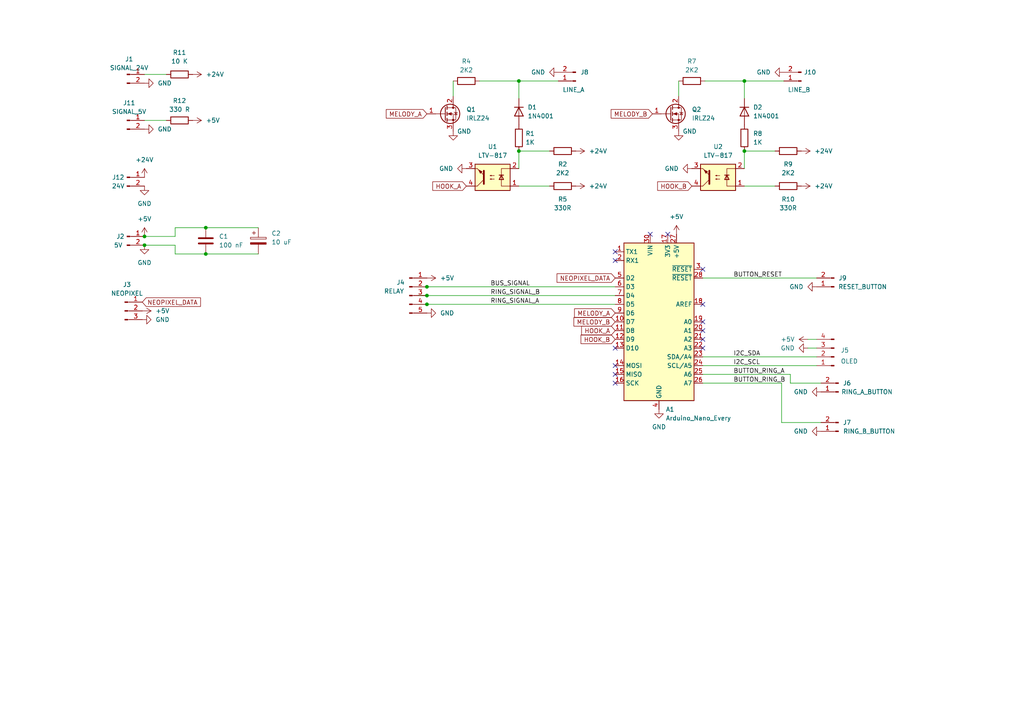
<source format=kicad_sch>
(kicad_sch (version 20230121) (generator eeschema)
  (paper "A4")
  (lib_symbols
    (symbol "Conn_01x02_Pin_1" (pin_names (offset 1.016) hide)
      (property "Reference" "J" (at 0 2.54 0))
      (property "Value" "Conn_01x02_Pin" (at 0 -5.08 0))
      (symbol "Conn_01x02_Pin_1_1_1"
        (polyline (pts (xy 1.27 -2.54) (xy 0.8636 -2.54)) (stroke (width 0.1524)))
        (polyline (pts (xy 1.27 0) (xy 0.8636 0)) (stroke (width 0.1524)))
        (rectangle (start 0.8636 -2.413) (end 0 -2.667) (stroke (width 0.1524)) (fill (type outline)))
        (rectangle (start 0.8636 0.127) (end 0 -0.127) (stroke (width 0.1524)) (fill (type outline)))
        (pin passive line (at 5.08 0 180) (length 3.81) (name "Pin_1") (number "1"))
        (pin passive line (at 5.08 -2.54 180) (length 3.81) (name "Pin_2") (number "2"))
      )
    )
    (symbol "Conn_01x02_Pin_2" (pin_names (offset 1.016) hide)
      (property "Reference" "J" (at 0 2.54 0))
      (property "Value" "Conn_01x02_Pin" (at 0 -5.08 0))
      (symbol "Conn_01x02_Pin_2_1_1"
        (polyline (pts (xy 1.27 -2.54) (xy 0.8636 -2.54)) (stroke (width 0.1524)))
        (polyline (pts (xy 1.27 0) (xy 0.8636 0)) (stroke (width 0.1524)))
        (rectangle (start 0.8636 -2.413) (end 0 -2.667) (stroke (width 0.1524)) (fill (type outline)))
        (rectangle (start 0.8636 0.127) (end 0 -0.127) (stroke (width 0.1524)) (fill (type outline)))
        (pin passive line (at 5.08 0 180) (length 3.81) (name "Pin_1") (number "1"))
        (pin passive line (at 5.08 -2.54 180) (length 3.81) (name "Pin_2") (number "2"))
      )
    )
    (symbol "Connector:Conn_01x02_Pin" (pin_names (offset 1.016) hide)
      (property "Reference" "J" (at 0 2.54 0))
      (property "Value" "Conn_01x02_Pin" (at 0 -5.08 0))
      (symbol "Conn_01x02_Pin_1_1"
        (polyline (pts (xy 1.27 -2.54) (xy 0.8636 -2.54)) (stroke (width 0.1524)))
        (polyline (pts (xy 1.27 0) (xy 0.8636 0)) (stroke (width 0.1524)))
        (rectangle (start 0.8636 -2.413) (end 0 -2.667) (stroke (width 0.1524)) (fill (type outline)))
        (rectangle (start 0.8636 0.127) (end 0 -0.127) (stroke (width 0.1524)) (fill (type outline)))
        (pin passive line (at 5.08 0 180) (length 3.81) (name "Pin_1") (number "1"))
        (pin passive line (at 5.08 -2.54 180) (length 3.81) (name "Pin_2") (number "2"))
      )
    )
    (symbol "Connector:Conn_01x03_Pin" (pin_names (offset 1.016) hide)
      (property "Reference" "J" (at 0 5.08 0))
      (property "Value" "Conn_01x03_Pin" (at 0 -5.08 0))
      (symbol "Conn_01x03_Pin_1_1"
        (polyline (pts (xy 1.27 -2.54) (xy 0.8636 -2.54)) (stroke (width 0.1524)))
        (polyline (pts (xy 1.27 0) (xy 0.8636 0)) (stroke (width 0.1524)))
        (polyline (pts (xy 1.27 2.54) (xy 0.8636 2.54)) (stroke (width 0.1524)))
        (rectangle (start 0.8636 -2.413) (end 0 -2.667) (stroke (width 0.1524)) (fill (type outline)))
        (rectangle (start 0.8636 0.127) (end 0 -0.127) (stroke (width 0.1524)) (fill (type outline)))
        (rectangle (start 0.8636 2.667) (end 0 2.413) (stroke (width 0.1524)) (fill (type outline)))
        (pin passive line (at 5.08 2.54 180) (length 3.81) (name "Pin_1") (number "1"))
        (pin passive line (at 5.08 0 180) (length 3.81) (name "Pin_2") (number "2"))
        (pin passive line (at 5.08 -2.54 180) (length 3.81) (name "Pin_3") (number "3"))
      )
    )
    (symbol "Connector:Conn_01x04_Pin" (pin_names (offset 1.016) hide)
      (property "Reference" "J" (at 0 5.08 0))
      (property "Value" "Conn_01x04_Pin" (at 0 -7.62 0))
      (symbol "Conn_01x04_Pin_1_1"
        (polyline (pts (xy 1.27 -5.08) (xy 0.8636 -5.08)) (stroke (width 0.1524)))
        (polyline (pts (xy 1.27 -2.54) (xy 0.8636 -2.54)) (stroke (width 0.1524)))
        (polyline (pts (xy 1.27 0) (xy 0.8636 0)) (stroke (width 0.1524)))
        (polyline (pts (xy 1.27 2.54) (xy 0.8636 2.54)) (stroke (width 0.1524)))
        (rectangle (start 0.8636 -4.953) (end 0 -5.207) (stroke (width 0.1524)) (fill (type outline)))
        (rectangle (start 0.8636 -2.413) (end 0 -2.667) (stroke (width 0.1524)) (fill (type outline)))
        (rectangle (start 0.8636 0.127) (end 0 -0.127) (stroke (width 0.1524)) (fill (type outline)))
        (rectangle (start 0.8636 2.667) (end 0 2.413) (stroke (width 0.1524)) (fill (type outline)))
        (pin passive line (at 5.08 2.54 180) (length 3.81) (name "Pin_1") (number "1"))
        (pin passive line (at 5.08 0 180) (length 3.81) (name "Pin_2") (number "2"))
        (pin passive line (at 5.08 -2.54 180) (length 3.81) (name "Pin_3") (number "3"))
        (pin passive line (at 5.08 -5.08 180) (length 3.81) (name "Pin_4") (number "4"))
      )
    )
    (symbol "Connector:Conn_01x05_Pin" (pin_names (offset 1.016) hide)
      (property "Reference" "J" (at 0 7.62 0))
      (property "Value" "Conn_01x05_Pin" (at 0 -7.62 0))
      (symbol "Conn_01x05_Pin_1_1"
        (polyline (pts (xy 1.27 -5.08) (xy 0.8636 -5.08)) (stroke (width 0.1524)))
        (polyline (pts (xy 1.27 -2.54) (xy 0.8636 -2.54)) (stroke (width 0.1524)))
        (polyline (pts (xy 1.27 0) (xy 0.8636 0)) (stroke (width 0.1524)))
        (polyline (pts (xy 1.27 2.54) (xy 0.8636 2.54)) (stroke (width 0.1524)))
        (polyline (pts (xy 1.27 5.08) (xy 0.8636 5.08)) (stroke (width 0.1524)))
        (rectangle (start 0.8636 -4.953) (end 0 -5.207) (stroke (width 0.1524)) (fill (type outline)))
        (rectangle (start 0.8636 -2.413) (end 0 -2.667) (stroke (width 0.1524)) (fill (type outline)))
        (rectangle (start 0.8636 0.127) (end 0 -0.127) (stroke (width 0.1524)) (fill (type outline)))
        (rectangle (start 0.8636 2.667) (end 0 2.413) (stroke (width 0.1524)) (fill (type outline)))
        (rectangle (start 0.8636 5.207) (end 0 4.953) (stroke (width 0.1524)) (fill (type outline)))
        (pin passive line (at 5.08 5.08 180) (length 3.81) (name "Pin_1") (number "1"))
        (pin passive line (at 5.08 2.54 180) (length 3.81) (name "Pin_2") (number "2"))
        (pin passive line (at 5.08 0 180) (length 3.81) (name "Pin_3") (number "3"))
        (pin passive line (at 5.08 -2.54 180) (length 3.81) (name "Pin_4") (number "4"))
        (pin passive line (at 5.08 -5.08 180) (length 3.81) (name "Pin_5") (number "5"))
      )
    )
    (symbol "Device:C" (pin_numbers hide) (pin_names (offset 0.254))
      (property "Reference" "C" (at 0.635 2.54 0))
      (property "Value" "C" (at 0.635 -2.54 0))
      (symbol "C_0_1"
        (polyline (pts (xy -2.032 -0.762) (xy 2.032 -0.762)) (stroke (width 0.508)))
        (polyline (pts (xy -2.032 0.762) (xy 2.032 0.762)) (stroke (width 0.508)))
      )
      (symbol "C_1_1"
        (pin passive line (at 0 3.81 270) (length 2.794) (name "~") (number "1"))
        (pin passive line (at 0 -3.81 90) (length 2.794) (name "~") (number "2"))
      )
    )
    (symbol "Device:C_Polarized" (pin_numbers hide) (pin_names (offset 0.254))
      (property "Reference" "C" (at 0.635 2.54 0))
      (property "Value" "C_Polarized" (at 0.635 -2.54 0))
      (symbol "C_Polarized_0_1"
        (rectangle (start -2.286 0.508) (end 2.286 1.016))
        (polyline (pts (xy -1.778 2.286) (xy -0.762 2.286)))
        (polyline (pts (xy -1.27 2.794) (xy -1.27 1.778)))
        (rectangle (start 2.286 -0.508) (end -2.286 -1.016) (fill (type outline)))
      )
      (symbol "C_Polarized_1_1"
        (pin passive line (at 0 3.81 270) (length 2.794) (name "~") (number "1"))
        (pin passive line (at 0 -3.81 90) (length 2.794) (name "~") (number "2"))
      )
    )
    (symbol "Device:R" (pin_numbers hide) (pin_names (offset 0))
      (property "Reference" "R" (at 2.032 0 90))
      (property "Value" "R" (at 0 0 90))
      (symbol "R_0_1"
        (rectangle (start -1.016 -2.54) (end 1.016 2.54) (stroke (width 0.254)))
      )
      (symbol "R_1_1"
        (pin passive line (at 0 3.81 270) (length 1.27) (name "~") (number "1"))
        (pin passive line (at 0 -3.81 90) (length 1.27) (name "~") (number "2"))
      )
    )
    (symbol "Diode:1N4001" (pin_numbers hide) (pin_names hide)
      (property "Reference" "D" (at 0 2.54 0))
      (property "Value" "1N4001" (at 0 -2.54 0))
      (symbol "1N4001_0_1"
        (polyline (pts (xy -1.27 1.27) (xy -1.27 -1.27)) (stroke (width 0.254)))
        (polyline (pts (xy 1.27 0) (xy -1.27 0)))
        (polyline (pts (xy 1.27 1.27) (xy 1.27 -1.27) (xy -1.27 0) (xy 1.27 1.27)) (stroke (width 0.254)))
      )
      (symbol "1N4001_1_1"
        (pin passive line (at -3.81 0 0) (length 2.54) (name "K") (number "1"))
        (pin passive line (at 3.81 0 180) (length 2.54) (name "A") (number "2"))
      )
    )
    (symbol "Isolator:LTV-817" (pin_names (offset 1.016))
      (property "Reference" "U" (at -5.08 5.08 0))
      (property "Value" "LTV-817" (at 0 5.08 0))
      (symbol "LTV-817_0_1"
        (rectangle (start -5.08 3.81) (end 5.08 -3.81) (stroke (width 0.254)) (fill (type background)))
        (polyline (pts (xy -3.175 -0.635) (xy -1.905 -0.635)) (stroke (width 0.254)))
        (polyline (pts (xy 2.54 0.635) (xy 4.445 2.54)))
        (polyline (pts (xy 4.445 -2.54) (xy 2.54 -0.635)) (fill (type outline)))
        (polyline (pts (xy 4.445 -2.54) (xy 5.08 -2.54)))
        (polyline (pts (xy 4.445 2.54) (xy 5.08 2.54)))
        (polyline (pts (xy -5.08 2.54) (xy -2.54 2.54) (xy -2.54 -0.762)))
        (polyline (pts (xy -2.54 -0.635) (xy -2.54 -2.54) (xy -5.08 -2.54)))
        (polyline (pts (xy 2.54 1.905) (xy 2.54 -1.905) (xy 2.54 -1.905)) (stroke (width 0.508)))
        (polyline (pts (xy -2.54 -0.635) (xy -3.175 0.635) (xy -1.905 0.635) (xy -2.54 -0.635)) (stroke (width 0.254)))
        (polyline (pts (xy -0.508 -0.508) (xy 0.762 -0.508) (xy 0.381 -0.635) (xy 0.381 -0.381) (xy 0.762 -0.508)))
        (polyline (pts (xy -0.508 0.508) (xy 0.762 0.508) (xy 0.381 0.381) (xy 0.381 0.635) (xy 0.762 0.508)))
        (polyline (pts (xy 3.048 -1.651) (xy 3.556 -1.143) (xy 4.064 -2.159) (xy 3.048 -1.651) (xy 3.048 -1.651)) (fill (type outline)))
      )
      (symbol "LTV-817_1_1"
        (pin passive line (at -7.62 2.54 0) (length 2.54) (name "~") (number "1"))
        (pin passive line (at -7.62 -2.54 0) (length 2.54) (name "~") (number "2"))
        (pin passive line (at 7.62 -2.54 180) (length 2.54) (name "~") (number "3"))
        (pin passive line (at 7.62 2.54 180) (length 2.54) (name "~") (number "4"))
      )
    )
    (symbol "MCU_Module:Arduino_Nano_Every"
      (property "Reference" "A" (at -10.16 23.495 0))
      (property "Value" "Arduino_Nano_Every" (at 5.08 -24.13 0))
      (symbol "Arduino_Nano_Every_0_1"
        (rectangle (start -10.16 22.86) (end 10.16 -22.86) (stroke (width 0.254)) (fill (type background)))
      )
      (symbol "Arduino_Nano_Every_1_1"
        (pin bidirectional line (at -12.7 20.32 0) (length 2.54) (name "TX1") (number "1"))
        (pin bidirectional line (at -12.7 0 0) (length 2.54) (name "D7") (number "10"))
        (pin bidirectional line (at -12.7 -2.54 0) (length 2.54) (name "D8") (number "11"))
        (pin bidirectional line (at -12.7 -5.08 0) (length 2.54) (name "D9") (number "12"))
        (pin bidirectional line (at -12.7 -7.62 0) (length 2.54) (name "D10") (number "13"))
        (pin bidirectional line (at -12.7 -12.7 0) (length 2.54) (name "MOSI") (number "14"))
        (pin bidirectional line (at -12.7 -15.24 0) (length 2.54) (name "MISO") (number "15"))
        (pin bidirectional line (at -12.7 -17.78 0) (length 2.54) (name "SCK") (number "16"))
        (pin power_out line (at 2.54 25.4 270) (length 2.54) (name "3V3") (number "17"))
        (pin input line (at 12.7 5.08 180) (length 2.54) (name "AREF") (number "18"))
        (pin bidirectional line (at 12.7 0 180) (length 2.54) (name "A0") (number "19"))
        (pin bidirectional line (at -12.7 17.78 0) (length 2.54) (name "RX1") (number "2"))
        (pin bidirectional line (at 12.7 -2.54 180) (length 2.54) (name "A1") (number "20"))
        (pin bidirectional line (at 12.7 -5.08 180) (length 2.54) (name "A2") (number "21"))
        (pin bidirectional line (at 12.7 -7.62 180) (length 2.54) (name "A3") (number "22"))
        (pin bidirectional line (at 12.7 -10.16 180) (length 2.54) (name "SDA/A4") (number "23"))
        (pin bidirectional line (at 12.7 -12.7 180) (length 2.54) (name "SCL/A5") (number "24"))
        (pin bidirectional line (at 12.7 -15.24 180) (length 2.54) (name "A6") (number "25"))
        (pin bidirectional line (at 12.7 -17.78 180) (length 2.54) (name "A7") (number "26"))
        (pin power_out line (at 5.08 25.4 270) (length 2.54) (name "+5V") (number "27"))
        (pin input line (at 12.7 12.7 180) (length 2.54) (name "~{RESET}") (number "28"))
        (pin passive line (at 0 -25.4 90) (length 2.54) hide (name "GND") (number "29"))
        (pin input line (at 12.7 15.24 180) (length 2.54) (name "~{RESET}") (number "3"))
        (pin power_in line (at -2.54 25.4 270) (length 2.54) (name "VIN") (number "30"))
        (pin power_in line (at 0 -25.4 90) (length 2.54) (name "GND") (number "4"))
        (pin bidirectional line (at -12.7 12.7 0) (length 2.54) (name "D2") (number "5"))
        (pin bidirectional line (at -12.7 10.16 0) (length 2.54) (name "D3") (number "6"))
        (pin bidirectional line (at -12.7 7.62 0) (length 2.54) (name "D4") (number "7"))
        (pin bidirectional line (at -12.7 5.08 0) (length 2.54) (name "D5") (number "8"))
        (pin bidirectional line (at -12.7 2.54 0) (length 2.54) (name "D6") (number "9"))
      )
    )
    (symbol "Transistor_FET:IRLZ24" (pin_names hide)
      (property "Reference" "Q" (at 6.35 1.905 0))
      (property "Value" "IRLZ24" (at 6.35 0 0))
      (symbol "IRLZ24_0_1"
        (polyline (pts (xy 0.254 0) (xy -2.54 0)))
        (polyline (pts (xy 0.254 1.905) (xy 0.254 -1.905)) (stroke (width 0.254)))
        (polyline (pts (xy 0.762 -1.27) (xy 0.762 -2.286)) (stroke (width 0.254)))
        (polyline (pts (xy 0.762 0.508) (xy 0.762 -0.508)) (stroke (width 0.254)))
        (polyline (pts (xy 0.762 2.286) (xy 0.762 1.27)) (stroke (width 0.254)))
        (polyline (pts (xy 2.54 2.54) (xy 2.54 1.778)))
        (polyline (pts (xy 2.54 -2.54) (xy 2.54 0) (xy 0.762 0)))
        (polyline (pts (xy 0.762 -1.778) (xy 3.302 -1.778) (xy 3.302 1.778) (xy 0.762 1.778)))
        (polyline (pts (xy 1.016 0) (xy 2.032 0.381) (xy 2.032 -0.381) (xy 1.016 0)) (fill (type outline)))
        (polyline (pts (xy 2.794 0.508) (xy 2.921 0.381) (xy 3.683 0.381) (xy 3.81 0.254)))
        (polyline (pts (xy 3.302 0.381) (xy 2.921 -0.254) (xy 3.683 -0.254) (xy 3.302 0.381)))
        (circle (center 1.651 0) (radius 2.794) (stroke (width 0.254)))
        (circle (center 2.54 -1.778) (radius 0.254) (fill (type outline)))
        (circle (center 2.54 1.778) (radius 0.254) (fill (type outline)))
      )
      (symbol "IRLZ24_1_1"
        (pin input line (at -5.08 0 0) (length 2.54) (name "G") (number "1"))
        (pin passive line (at 2.54 5.08 270) (length 2.54) (name "D") (number "2"))
        (pin passive line (at 2.54 -5.08 90) (length 2.54) (name "S") (number "3"))
      )
    )
    (symbol "power:+24V" (power) (pin_names (offset 0))
      (property "Value" "+24V" (at 0 3.556 0))
      (symbol "+24V_0_1"
        (polyline (pts (xy -0.762 1.27) (xy 0 2.54)))
        (polyline (pts (xy 0 0) (xy 0 2.54)))
        (polyline (pts (xy 0 2.54) (xy 0.762 1.27)))
      )
      (symbol "+24V_1_1"
        (pin power_in line (at 0 0 90) (length 0) hide (name "+24V") (number "1"))
      )
    )
    (symbol "power:+5V" (power) (pin_names (offset 0))
      (property "Value" "+5V" (at 0 3.556 0))
      (symbol "+5V_0_1"
        (polyline (pts (xy -0.762 1.27) (xy 0 2.54)))
        (polyline (pts (xy 0 0) (xy 0 2.54)))
        (polyline (pts (xy 0 2.54) (xy 0.762 1.27)))
      )
      (symbol "+5V_1_1"
        (pin power_in line (at 0 0 90) (length 0) hide (name "+5V") (number "1"))
      )
    )
    (symbol "power:GND" (power) (pin_names (offset 0))
      (property "Value" "GND" (at 0 -3.81 0))
      (symbol "GND_0_1"
        (polyline (pts (xy 0 0) (xy 0 -1.27) (xy 1.27 -1.27) (xy 0 -2.54) (xy -1.27 -1.27) (xy 0 -1.27)))
      )
      (symbol "GND_1_1"
        (pin power_in line (at 0 0 270) (length 0) hide (name "GND") (number "1"))
      )
    )
  )
  (junction (at 59.69 73.66))
  (junction (at 59.69 66.04))
  (junction (at 123.825 83.185))
  (junction (at 123.825 85.725))
  (junction (at 150.495 43.815))
  (junction (at 215.9 23.495))
  (junction (at 41.91 68.58))
  (junction (at 41.91 71.12))
  (junction (at 215.9 43.815))
  (junction (at 150.495 23.495))
  (junction (at 123.825 88.265))
  (no_connect (at 203.835 98.425))
  (no_connect (at 203.835 100.965))
  (no_connect (at 203.835 88.265))
  (no_connect (at 188.595 67.945))
  (no_connect (at 178.435 108.585))
  (no_connect (at 178.435 75.565))
  (no_connect (at 193.675 67.945))
  (no_connect (at 178.435 100.965))
  (no_connect (at 203.835 95.885))
  (no_connect (at 178.435 106.045))
  (no_connect (at 203.835 93.345))
  (no_connect (at 203.835 78.105))
  (no_connect (at 178.435 73.025))
  (no_connect (at 178.435 111.125))
  (wire (pts (xy 59.69 73.66) (xy 50.8 73.66)))
  (wire (pts (xy 131.445 27.94) (xy 131.445 23.495)))
  (wire (pts (xy 59.69 66.04) (xy 50.8 66.04)))
  (wire (pts (xy 121.285 83.185) (xy 123.825 83.185)))
  (wire (pts (xy 236.855 98.425) (xy 234.315 98.425)))
  (wire (pts (xy 229.235 111.125) (xy 229.235 108.585)))
  (wire (pts (xy 236.855 100.965) (xy 234.315 100.965)))
  (wire (pts (xy 159.385 53.975) (xy 150.495 53.975)))
  (wire (pts (xy 238.125 111.125) (xy 229.235 111.125)))
  (wire (pts (xy 150.495 23.495) (xy 161.925 23.495)))
  (wire (pts (xy 50.8 71.12) (xy 41.91 71.12)))
  (wire (pts (xy 50.8 68.58) (xy 41.91 68.58)))
  (wire (pts (xy 48.26 21.59) (xy 41.91 21.59)))
  (wire (pts (xy 123.825 83.185) (xy 178.435 83.185)))
  (wire (pts (xy 229.235 108.585) (xy 203.835 108.585)))
  (wire (pts (xy 50.8 66.04) (xy 50.8 68.58)))
  (wire (pts (xy 50.8 73.66) (xy 50.8 71.12)))
  (wire (pts (xy 215.9 23.495) (xy 215.9 28.575)))
  (wire (pts (xy 226.695 111.125) (xy 203.835 111.125)))
  (wire (pts (xy 123.825 88.265) (xy 178.435 88.265)))
  (wire (pts (xy 226.695 122.555) (xy 226.695 111.125)))
  (wire (pts (xy 215.9 23.495) (xy 227.33 23.495)))
  (wire (pts (xy 121.285 85.725) (xy 123.825 85.725)))
  (wire (pts (xy 196.85 27.94) (xy 196.85 23.495)))
  (wire (pts (xy 215.9 48.895) (xy 215.9 43.815)))
  (wire (pts (xy 204.47 23.495) (xy 215.9 23.495)))
  (wire (pts (xy 48.26 34.925) (xy 41.91 34.925)))
  (wire (pts (xy 215.9 43.815) (xy 224.79 43.815)))
  (wire (pts (xy 238.125 122.555) (xy 226.695 122.555)))
  (wire (pts (xy 150.495 23.495) (xy 150.495 28.575)))
  (wire (pts (xy 150.495 48.895) (xy 150.495 43.815)))
  (wire (pts (xy 59.69 73.66) (xy 74.93 73.66)))
  (wire (pts (xy 150.495 43.815) (xy 159.385 43.815)))
  (wire (pts (xy 59.69 66.04) (xy 74.93 66.04)))
  (wire (pts (xy 123.825 85.725) (xy 178.435 85.725)))
  (wire (pts (xy 236.855 103.505) (xy 203.835 103.505)))
  (wire (pts (xy 236.855 106.045) (xy 203.835 106.045)))
  (wire (pts (xy 121.285 88.265) (xy 123.825 88.265)))
  (wire (pts (xy 236.855 80.645) (xy 203.835 80.645)))
  (wire (pts (xy 139.065 23.495) (xy 150.495 23.495)))
  (wire (pts (xy 224.79 53.975) (xy 215.9 53.975)))
  (label "BUTTON_RING_A" (at 212.725 108.585 0))
  (label "BUTTON_RESET" (at 212.725 80.645 0))
  (label "RING_SIGNAL_A" (at 142.24 88.265 0))
  (label "BUTTON_RING_B" (at 212.725 111.125 0))
  (label "RING_SIGNAL_B" (at 142.24 85.725 0))
  (label "BUS_SIGNAL" (at 142.24 83.185 0))
  (label "I2C_SDA" (at 212.725 103.505 0))
  (label "I2C_SCL" (at 212.725 106.045 0))
  (global_label "MELODY_A" (shape input) (at 123.825 33.02 180) (property "Intersheetrefs" "${INTERSHEET_REFS}" (effects hide)))
  (global_label "HOOK_A" (shape input) (at 135.255 53.975 180) (property "Intersheetrefs" "${INTERSHEET_REFS}" (effects hide)))
  (global_label "NEOPIXEL_DATA" (shape input) (at 41.275 87.63 0) (property "Intersheetrefs" "${INTERSHEET_REFS}" (effects hide)))
  (global_label "MELODY_B" (shape input) (at 189.23 33.02 180) (property "Intersheetrefs" "${INTERSHEET_REFS}" (effects hide)))
  (global_label "MELODY_B" (shape input) (at 178.435 93.345 180) (property "Intersheetrefs" "${INTERSHEET_REFS}" (effects hide)))
  (global_label "NEOPIXEL_DATA" (shape input) (at 178.435 80.645 180) (property "Intersheetrefs" "${INTERSHEET_REFS}" (effects hide)))
  (global_label "MELODY_A" (shape input) (at 178.435 90.805 180) (property "Intersheetrefs" "${INTERSHEET_REFS}" (effects hide)))
  (global_label "HOOK_A" (shape input) (at 178.435 95.885 180) (property "Intersheetrefs" "${INTERSHEET_REFS}" (effects hide)))
  (global_label "HOOK_B" (shape input) (at 178.435 98.425 180) (property "Intersheetrefs" "${INTERSHEET_REFS}" (effects hide)))
  (global_label "HOOK_B" (shape input) (at 200.66 53.975 180) (property "Intersheetrefs" "${INTERSHEET_REFS}" (effects hide)))
  (symbol (lib_id "power:+5V") (at 41.275 90.17 270) (unit 1)
    (property "Reference" "#PWR05" (effects hide))
    (property "Value" "+5V" (at 45.085 90.17 90) (effects (justify left)))
  )
  (symbol (lib_id "Connector:Conn_01x05_Pin") (at 118.745 85.725 0) (unit 1)
    (property "Reference" "J4" (at 116.205 81.915 0))
    (property "Value" "RELAY" (at 114.3 84.455 0))
    (property "Footprint" "Connector_PinHeader_2.54mm:PinHeader_1x05_P2.54mm_Vertical" (effects hide))
  )
  (symbol (lib_id "power:+5V") (at 41.91 68.58 0) (unit 1)
    (property "Reference" "#PWR03" (effects hide))
    (property "Value" "+5V" (at 41.91 63.5 0))
  )
  (symbol (lib_id "Diode:1N4001") (at 150.495 32.385 270) (unit 1)
    (property "Reference" "D1" (at 153.035 31.115 90) (effects (justify left)))
    (property "Value" "1N4001" (at 153.035 33.655 90) (effects (justify left)))
    (property "Footprint" "Diode_THT:D_DO-41_SOD81_P10.16mm_Horizontal" (effects hide))
    (property "Datasheet" "http://www.vishay.com/docs/88503/1n4001.pdf" (effects hide))
    (property "Sim.Device" "D" (effects hide))
    (property "Sim.Pins" "1=K 2=A" (effects hide))
  )
  (symbol (lib_id "power:GND") (at 191.135 118.745 0) (unit 1)
    (property "Reference" "#PWR01" (effects hide))
    (property "Value" "GND" (at 191.135 123.825 0))
  )
  (symbol (lib_id "power:+24V") (at 55.88 21.59 270) (unit 1)
    (property "Reference" "#PWR028" (effects hide))
    (property "Value" "+24V" (at 59.69 21.59 90) (effects (justify left)))
  )
  (symbol (lib_id "MCU_Module:Arduino_Nano_Every") (at 191.135 93.345 0) (unit 1)
    (property "Reference" "A1" (at 193.0909 118.745 0) (effects (justify left)))
    (property "Value" "Arduino_Nano_Every" (at 193.0909 121.285 0) (effects (justify left)))
    (property "Footprint" "Module:Arduino_Nano" (effects hide))
    (property "Datasheet" "https://content.arduino.cc/assets/NANOEveryV3.0_sch.pdf" (effects hide))
  )
  (symbol (lib_id "power:GND") (at 161.925 20.955 270) (unit 1)
    (property "Reference" "#PWR013" (effects hide))
    (property "Value" "GND" (at 158.115 20.955 90) (effects (justify right)))
  )
  (symbol (lib_id "Connector:Conn_01x02_Pin") (at 36.83 68.58 0) (unit 1)
    (property "Reference" "J2" (at 34.925 68.58 0))
    (property "Value" "5V" (at 34.29 71.12 0))
    (property "Footprint" "Connector_JST:JST_XH_B2B-XH-A_1x02_P2.50mm_Vertical" (effects hide))
  )
  (symbol (lib_id "Device:R") (at 52.07 21.59 90) (unit 1)
    (property "Reference" "R11" (at 52.07 15.24 90))
    (property "Value" "10 K" (at 52.07 17.78 90))
    (property "Footprint" "Resistor_THT:R_Axial_DIN0207_L6.3mm_D2.5mm_P10.16mm_Horizontal" (effects hide))
  )
  (symbol (lib_name "Conn_01x02_Pin_1") (lib_id "Connector:Conn_01x02_Pin") (at 36.83 21.59 0) (unit 1)
    (property "Reference" "J1" (at 37.465 17.145 0))
    (property "Value" "SIGNAL_24V" (at 37.465 19.685 0))
    (property "Footprint" "Connector_PinHeader_2.54mm:PinHeader_1x02_P2.54mm_Vertical" (effects hide))
  )
  (symbol (lib_id "power:GND") (at 41.91 53.975 0) (unit 1)
    (property "Reference" "#PWR010" (effects hide))
    (property "Value" "GND" (at 41.91 59.055 0))
  )
  (symbol (lib_name "Conn_01x02_Pin_2") (lib_id "Connector:Conn_01x02_Pin") (at 232.41 23.495 180) (unit 1)
    (property "Reference" "J10" (at 234.95 20.955 0))
    (property "Value" "LINE_B" (at 231.775 26.035 0))
    (property "Footprint" "Connector_JST:JST_XH_B2B-XH-A_1x02_P2.50mm_Vertical" (effects hide))
  )
  (symbol (lib_id "power:GND") (at 123.825 90.805 90) (unit 1)
    (property "Reference" "#PWR019" (effects hide))
    (property "Value" "GND" (at 127.635 90.805 90) (effects (justify right)))
  )
  (symbol (lib_id "power:GND") (at 41.91 71.12 0) (unit 1)
    (property "Reference" "#PWR02" (effects hide))
    (property "Value" "GND" (at 41.91 76.2 0))
  )
  (symbol (lib_id "power:+24V") (at 41.91 51.435 0) (unit 1)
    (property "Reference" "#PWR09" (effects hide))
    (property "Value" "+24V" (at 41.91 46.355 0))
  )
  (symbol (lib_id "power:GND") (at 131.445 38.1 0) (unit 1)
    (property "Reference" "#PWR014" (effects hide))
    (property "Value" "GND" (at 134.62 38.1 0))
  )
  (symbol (lib_id "Diode:1N4001") (at 215.9 32.385 270) (unit 1)
    (property "Reference" "D2" (at 218.44 31.115 90) (effects (justify left)))
    (property "Value" "1N4001" (at 218.44 33.655 90) (effects (justify left)))
    (property "Footprint" "Diode_THT:D_DO-41_SOD81_P10.16mm_Horizontal" (effects hide))
    (property "Datasheet" "http://www.vishay.com/docs/88503/1n4001.pdf" (effects hide))
    (property "Sim.Device" "D" (effects hide))
    (property "Sim.Pins" "1=K 2=A" (effects hide))
  )
  (symbol (lib_name "Conn_01x02_Pin_2") (lib_id "Connector:Conn_01x02_Pin") (at 167.005 23.495 180) (unit 1)
    (property "Reference" "J8" (at 169.545 20.955 0))
    (property "Value" "LINE_A" (at 166.37 26.035 0))
    (property "Footprint" "Connector_JST:JST_XH_B2B-XH-A_1x02_P2.50mm_Vertical" (effects hide))
  )
  (symbol (lib_id "power:GND") (at 238.125 113.665 270) (unit 1)
    (property "Reference" "#PWR016" (effects hide))
    (property "Value" "GND" (at 234.315 113.665 90) (effects (justify right)))
  )
  (symbol (lib_id "power:+24V") (at 232.41 53.975 270) (unit 1)
    (property "Reference" "#PWR025" (effects hide))
    (property "Value" "+24V" (at 236.22 53.975 90) (effects (justify left)))
  )
  (symbol (lib_id "Device:R") (at 163.195 43.815 90) (unit 1)
    (property "Reference" "R2" (at 163.195 47.625 90))
    (property "Value" "2K2" (at 163.195 50.165 90))
    (property "Footprint" "Resistor_THT:R_Axial_DIN0411_L9.9mm_D3.6mm_P15.24mm_Horizontal" (effects hide))
  )
  (symbol (lib_id "Device:C") (at 59.69 69.85 0) (unit 1)
    (property "Reference" "C1" (at 63.5 68.58 0) (effects (justify left)))
    (property "Value" "100 nF" (at 63.5 71.12 0) (effects (justify left)))
    (property "Footprint" "Capacitor_THT:C_Radial_D6.3mm_H5.0mm_P2.50mm" (effects hide))
  )
  (symbol (lib_id "Isolator:LTV-817") (at 142.875 51.435 180) (unit 1)
    (property "Reference" "U1" (at 142.875 42.545 0))
    (property "Value" "LTV-817" (at 142.875 45.085 0))
    (property "Footprint" "Package_DIP:DIP-4_W7.62mm" (effects hide))
    (property "Datasheet" "http://www.us.liteon.com/downloads/LTV-817-827-847.PDF" (effects hide))
  )
  (symbol (lib_id "Connector:Conn_01x04_Pin") (at 241.935 103.505 180) (unit 1)
    (property "Reference" "J5" (at 243.84 101.6 0) (effects (justify right)))
    (property "Value" "OLED" (at 243.84 104.775 0) (effects (justify right)))
    (property "Footprint" "Connector_PinHeader_2.54mm:PinHeader_1x04_P2.54mm_Vertical" (effects hide))
  )
  (symbol (lib_id "Device:R") (at 135.255 23.495 270) (unit 1)
    (property "Reference" "R4" (at 135.255 17.78 90))
    (property "Value" "2K2" (at 135.255 20.32 90))
    (property "Footprint" "Resistor_THT:R_Axial_DIN0207_L6.3mm_D2.5mm_P10.16mm_Horizontal" (effects hide))
  )
  (symbol (lib_name "Conn_01x02_Pin_1") (lib_id "Connector:Conn_01x02_Pin") (at 241.935 83.185 180) (unit 1)
    (property "Reference" "J9" (at 243.205 80.645 0) (effects (justify right)))
    (property "Value" "RESET_BUTTON" (at 250.19 83.185 0))
    (property "Footprint" "Connector_PinHeader_2.54mm:PinHeader_1x02_P2.54mm_Vertical" (effects hide))
  )
  (symbol (lib_id "Device:R") (at 228.6 43.815 90) (unit 1)
    (property "Reference" "R9" (at 228.6 47.625 90))
    (property "Value" "2K2" (at 228.6 50.165 90))
    (property "Footprint" "Resistor_THT:R_Axial_DIN0411_L9.9mm_D3.6mm_P15.24mm_Horizontal" (effects hide))
  )
  (symbol (lib_id "power:GND") (at 200.66 48.895 270) (unit 1)
    (property "Reference" "#PWR027" (effects hide))
    (property "Value" "GND" (at 196.85 48.895 90) (effects (justify right)))
  )
  (symbol (lib_id "Transistor_FET:IRLZ24") (at 128.905 33.02 0) (unit 1)
    (property "Reference" "Q1" (at 135.255 31.75 0) (effects (justify left)))
    (property "Value" "IRLZ24" (at 135.255 34.29 0) (effects (justify left)))
    (property "Footprint" "Package_TO_SOT_THT:TO-220-3_Vertical" (effects hide))
    (property "Datasheet" "https://www.vishay.com/docs/91326/sihlz24.pdf" (effects hide))
  )
  (symbol (lib_id "Connector:Conn_01x02_Pin") (at 36.83 51.435 0) (unit 1)
    (property "Reference" "J12" (at 34.29 51.435 0))
    (property "Value" "24V" (at 34.29 53.975 0))
    (property "Footprint" "Connector_JST:JST_XH_B2B-XH-A_1x02_P2.50mm_Vertical" (effects hide))
  )
  (symbol (lib_name "Conn_01x02_Pin_1") (lib_id "Connector:Conn_01x02_Pin") (at 36.83 34.925 0) (unit 1)
    (property "Reference" "J11" (at 37.465 29.845 0))
    (property "Value" "SIGNAL_5V" (at 37.465 32.385 0))
    (property "Footprint" "Connector_PinHeader_2.54mm:PinHeader_1x02_P2.54mm_Vertical" (effects hide))
  )
  (symbol (lib_id "power:GND") (at 41.91 24.13 90) (unit 1)
    (property "Reference" "#PWR029" (effects hide))
    (property "Value" "GND" (at 45.72 24.13 90) (effects (justify right)))
  )
  (symbol (lib_id "power:GND") (at 234.315 100.965 270) (unit 1)
    (property "Reference" "#PWR07" (effects hide))
    (property "Value" "GND" (at 230.505 100.965 90) (effects (justify right)))
  )
  (symbol (lib_id "Transistor_FET:IRLZ24") (at 194.31 33.02 0) (unit 1)
    (property "Reference" "Q2" (at 200.66 31.75 0) (effects (justify left)))
    (property "Value" "IRLZ24" (at 200.66 34.29 0) (effects (justify left)))
    (property "Footprint" "Package_TO_SOT_THT:TO-220-3_Vertical" (effects hide))
    (property "Datasheet" "https://www.vishay.com/docs/91326/sihlz24.pdf" (effects hide))
  )
  (symbol (lib_id "Device:R") (at 228.6 53.975 90) (unit 1)
    (property "Reference" "R10" (at 228.6 57.785 90))
    (property "Value" "330R" (at 228.6 60.325 90))
    (property "Footprint" "Resistor_THT:R_Axial_DIN0207_L6.3mm_D2.5mm_P10.16mm_Horizontal" (effects hide))
  )
  (symbol (lib_id "Device:C_Polarized") (at 74.93 69.85 0) (unit 1)
    (property "Reference" "C2" (at 78.74 67.691 0) (effects (justify left)))
    (property "Value" "10 uF" (at 78.74 70.231 0) (effects (justify left)))
    (property "Footprint" "Capacitor_THT:C_Radial_D6.3mm_H5.0mm_P2.50mm" (effects hide))
  )
  (symbol (lib_name "Conn_01x02_Pin_1") (lib_id "Connector:Conn_01x02_Pin") (at 243.205 125.095 180) (unit 1)
    (property "Reference" "J7" (at 244.475 122.555 0) (effects (justify right)))
    (property "Value" "RING_B_BUTTON" (at 252.095 125.095 0))
    (property "Footprint" "Connector_PinHeader_2.54mm:PinHeader_1x02_P2.54mm_Vertical" (effects hide))
  )
  (symbol (lib_id "power:GND") (at 196.85 38.1 0) (unit 1)
    (property "Reference" "#PWR021" (effects hide))
    (property "Value" "GND" (at 200.025 38.1 0))
  )
  (symbol (lib_id "Device:R") (at 150.495 40.005 0) (unit 1)
    (property "Reference" "R1" (at 152.4 38.735 0) (effects (justify left)))
    (property "Value" "1K" (at 152.4 41.275 0) (effects (justify left)))
    (property "Footprint" "Resistor_THT:R_Axial_DIN0614_L14.3mm_D5.7mm_P20.32mm_Horizontal" (effects hide))
  )
  (symbol (lib_id "power:GND") (at 238.125 125.095 270) (unit 1)
    (property "Reference" "#PWR017" (effects hide))
    (property "Value" "GND" (at 234.315 125.095 90) (effects (justify right)))
  )
  (symbol (lib_id "Device:R") (at 215.9 40.005 0) (unit 1)
    (property "Reference" "R8" (at 218.44 38.735 0) (effects (justify left)))
    (property "Value" "1K" (at 218.44 41.275 0) (effects (justify left)))
    (property "Footprint" "Resistor_THT:R_Axial_DIN0614_L14.3mm_D5.7mm_P20.32mm_Horizontal" (effects hide))
  )
  (symbol (lib_id "power:+24V") (at 167.005 43.815 270) (unit 1)
    (property "Reference" "#PWR011" (effects hide))
    (property "Value" "+24V" (at 170.815 43.815 90) (effects (justify left)))
  )
  (symbol (lib_id "power:+5V") (at 123.825 80.645 270) (unit 1)
    (property "Reference" "#PWR020" (effects hide))
    (property "Value" "+5V" (at 127.635 80.645 90) (effects (justify left)))
  )
  (symbol (lib_id "Device:R") (at 200.66 23.495 270) (unit 1)
    (property "Reference" "R7" (at 200.66 17.78 90))
    (property "Value" "2K2" (at 200.66 20.32 90))
    (property "Footprint" "Resistor_THT:R_Axial_DIN0207_L6.3mm_D2.5mm_P10.16mm_Horizontal" (effects hide))
  )
  (symbol (lib_id "power:+5V") (at 55.88 34.925 270) (unit 1)
    (property "Reference" "#PWR031" (effects hide))
    (property "Value" "+5V" (at 59.69 34.925 90) (effects (justify left)))
  )
  (symbol (lib_id "power:+5V") (at 196.215 67.945 0) (unit 1)
    (property "Reference" "#PWR04" (effects hide))
    (property "Value" "+5V" (at 196.215 62.865 0))
  )
  (symbol (lib_id "power:GND") (at 236.855 83.185 270) (unit 1)
    (property "Reference" "#PWR018" (effects hide))
    (property "Value" "GND" (at 233.045 83.185 90) (effects (justify right)))
  )
  (symbol (lib_id "Isolator:LTV-817") (at 208.28 51.435 180) (unit 1)
    (property "Reference" "U2" (at 208.28 42.545 0))
    (property "Value" "LTV-817" (at 208.28 45.085 0))
    (property "Footprint" "Package_DIP:DIP-4_W7.62mm" (effects hide))
    (property "Datasheet" "http://www.us.liteon.com/downloads/LTV-817-827-847.PDF" (effects hide))
  )
  (symbol (lib_id "Connector:Conn_01x03_Pin") (at 36.195 90.17 0) (unit 1)
    (property "Reference" "J3" (at 36.83 82.55 0))
    (property "Value" "NEOPIXEL" (at 36.83 85.09 0))
    (property "Footprint" "Connector_PinHeader_2.54mm:PinHeader_1x03_P2.54mm_Vertical" (effects hide))
  )
  (symbol (lib_id "power:GND") (at 227.33 20.955 270) (unit 1)
    (property "Reference" "#PWR023" (effects hide))
    (property "Value" "GND" (at 223.52 20.955 90) (effects (justify right)))
  )
  (symbol (lib_id "power:+24V") (at 232.41 43.815 270) (unit 1)
    (property "Reference" "#PWR024" (effects hide))
    (property "Value" "+24V" (at 236.22 43.815 90) (effects (justify left)))
  )
  (symbol (lib_id "Device:R") (at 163.195 53.975 90) (unit 1)
    (property "Reference" "R5" (at 163.195 57.785 90))
    (property "Value" "330R" (at 163.195 60.325 90))
    (property "Footprint" "Resistor_THT:R_Axial_DIN0207_L6.3mm_D2.5mm_P10.16mm_Horizontal" (effects hide))
  )
  (symbol (lib_id "power:GND") (at 135.255 48.895 270) (unit 1)
    (property "Reference" "#PWR026" (effects hide))
    (property "Value" "GND" (at 131.445 48.895 90) (effects (justify right)))
  )
  (symbol (lib_id "power:+24V") (at 167.005 53.975 270) (unit 1)
    (property "Reference" "#PWR015" (effects hide))
    (property "Value" "+24V" (at 170.815 53.975 90) (effects (justify left)))
  )
  (symbol (lib_id "power:+5V") (at 234.315 98.425 90) (unit 1)
    (property "Reference" "#PWR08" (effects hide))
    (property "Value" "+5V" (at 230.505 98.425 90) (effects (justify left)))
  )
  (symbol (lib_id "Device:R") (at 52.07 34.925 90) (unit 1)
    (property "Reference" "R12" (at 52.07 29.21 90))
    (property "Value" "330 R" (at 52.07 31.75 90))
    (property "Footprint" "Resistor_THT:R_Axial_DIN0207_L6.3mm_D2.5mm_P10.16mm_Horizontal" (effects hide))
  )
  (symbol (lib_id "power:GND") (at 41.275 92.71 90) (unit 1)
    (property "Reference" "#PWR06" (effects hide))
    (property "Value" "GND" (at 45.085 92.71 90) (effects (justify right)))
  )
  (symbol (lib_id "power:GND") (at 41.91 37.465 90) (unit 1)
    (property "Reference" "#PWR030" (effects hide))
    (property "Value" "GND" (at 45.72 37.465 90) (effects (justify right)))
  )
  (symbol (lib_name "Conn_01x02_Pin_1") (lib_id "Connector:Conn_01x02_Pin") (at 243.205 113.665 180) (unit 1)
    (property "Reference" "J6" (at 244.475 111.125 0) (effects (justify right)))
    (property "Value" "RING_A_BUTTON" (at 251.46 113.665 0))
    (property "Footprint" "Connector_PinHeader_2.54mm:PinHeader_1x02_P2.54mm_Vertical" (effects hide))
  )
)
</source>
